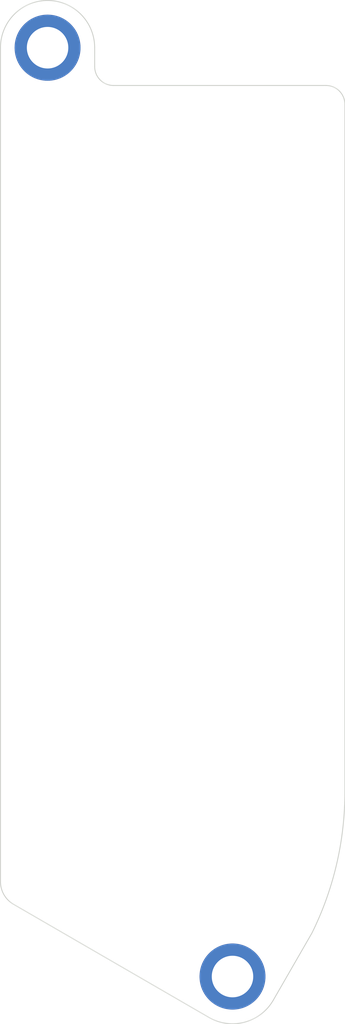
<source format=kicad_pcb>
(kicad_pcb (version 20211014) (generator pcbnew)
  (title_block (title "One Fell Swoop") (date "2021-11-27") (rev "0.3") (company "jmnw"))
  (layers (0 "F.Cu" signal) (31 "B.Cu" signal) (34 "B.Paste" user) (35 "F.Paste" user) (36 "B.SilkS" user "B.Silkscreen") (37 "F.SilkS" user "F.Silkscreen") (38 "B.Mask" user) (39 "F.Mask" user) (44 "Edge.Cuts" user))
  (net 0 "")
  (footprint "swoop:M2_hole_3.5mm" (layer "F.Cu") (at 156.068168 79.871776)
    (fp_text reference "Ref**" hide)
    (fp_text value "Val**" hide)
    (pad "" thru_hole circle (at 0 0) (size 3.5 3.5) (drill 2.2) (layers *.Cu *.Mask))
  )
  (footprint "swoop:M2_hole_3.5mm" (layer "F.Cu") (at 165.884619 129.04088)
    (fp_text reference "Ref**" hide)
    (fp_text value "Val**" hide)
    (pad "" thru_hole circle (at 0 0) (size 3.5 3.5) (drill 2.2) (layers *.Cu *.Mask))
  )
  (gr_line (start 159.568275 81.871667) (end 170.849214 81.871494) (layer "Edge.Cuts") (width 0.05))
  (gr_line (start 171.849217 82.87149) (end 171.84911 119.412056) (layer "Edge.Cuts") (width 0.05))
  (gr_arc (start 156.06811 77.371599) (mid 157.835919 78.103881) (end 158.568099 79.871733) (layer "Edge.Cuts") (width 0.05))
  (gr_arc (start 168.05025 130.290667) (mid 166.532163 131.455465) (end 164.635077 131.205654) (layer "Edge.Cuts") (width 0.05))
  (gr_arc (start 153.567977 79.871588) (mid 154.300279 78.1038) (end 156.06811 77.371599) (layer "Edge.Cuts") (width 0.05))
  (gr_line (start 158.568099 79.871733) (end 158.568272 80.871671) (layer "Edge.Cuts") (width 0.05))
  (gr_arc (start 170.849214 81.871494) (mid 171.55632 82.164386) (end 171.849217 82.87149) (layer "Edge.Cuts") (width 0.05))
  (gr_line (start 164.635077 131.205654) (end 154.261143 125.216527) (layer "Edge.Cuts") (width 0.05))
  (gr_arc (start 154.261143 125.216527) (mid 153.753963 124.709347) (end 153.568323 124.016527) (layer "Edge.Cuts") (width 0.05))
  (gr_arc (start 159.568275 81.871667) (mid 158.861168 81.578776) (end 158.568272 80.871671) (layer "Edge.Cuts") (width 0.05))
  (gr_arc (start 171.84911 119.412056) (mid 171.392023 123.173404) (end 170.102417 126.736209) (layer "Edge.Cuts") (width 0.05))
  (gr_line (start 168.05025 130.290667) (end 170.102417 126.736209) (layer "Edge.Cuts") (width 0.05))
  (gr_line (start 153.567977 79.871588) (end 153.568323 124.016527) (layer "Edge.Cuts") (width 0.05))
)
</source>
